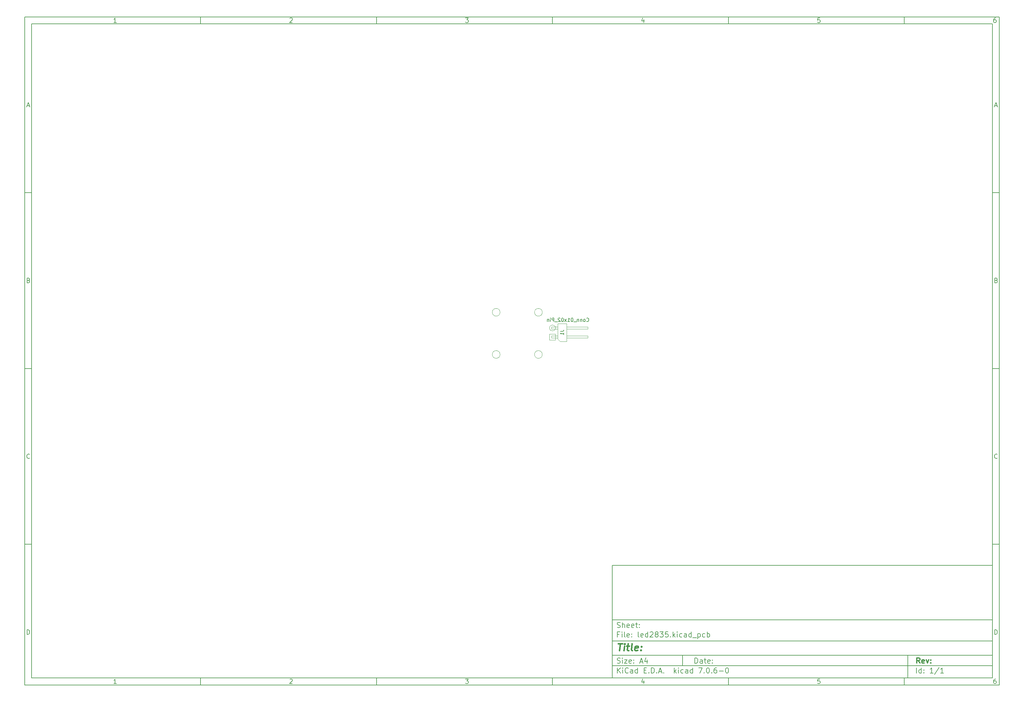
<source format=gbr>
%TF.GenerationSoftware,KiCad,Pcbnew,7.0.6-0*%
%TF.CreationDate,2024-07-03T14:46:14+08:00*%
%TF.ProjectId,led2835,6c656432-3833-4352-9e6b-696361645f70,rev?*%
%TF.SameCoordinates,Original*%
%TF.FileFunction,AssemblyDrawing,Bot*%
%FSLAX46Y46*%
G04 Gerber Fmt 4.6, Leading zero omitted, Abs format (unit mm)*
G04 Created by KiCad (PCBNEW 7.0.6-0) date 2024-07-03 14:46:14*
%MOMM*%
%LPD*%
G01*
G04 APERTURE LIST*
%ADD10C,0.100000*%
%ADD11C,0.150000*%
%ADD12C,0.300000*%
%ADD13C,0.400000*%
G04 APERTURE END LIST*
D10*
D11*
X177002200Y-166007200D02*
X285002200Y-166007200D01*
X285002200Y-198007200D01*
X177002200Y-198007200D01*
X177002200Y-166007200D01*
D10*
D11*
X10000000Y-10000000D02*
X287002200Y-10000000D01*
X287002200Y-200007200D01*
X10000000Y-200007200D01*
X10000000Y-10000000D01*
D10*
D11*
X12000000Y-12000000D02*
X285002200Y-12000000D01*
X285002200Y-198007200D01*
X12000000Y-198007200D01*
X12000000Y-12000000D01*
D10*
D11*
X60000000Y-12000000D02*
X60000000Y-10000000D01*
D10*
D11*
X110000000Y-12000000D02*
X110000000Y-10000000D01*
D10*
D11*
X160000000Y-12000000D02*
X160000000Y-10000000D01*
D10*
D11*
X210000000Y-12000000D02*
X210000000Y-10000000D01*
D10*
D11*
X260000000Y-12000000D02*
X260000000Y-10000000D01*
D10*
D11*
X36089160Y-11593604D02*
X35346303Y-11593604D01*
X35717731Y-11593604D02*
X35717731Y-10293604D01*
X35717731Y-10293604D02*
X35593922Y-10479319D01*
X35593922Y-10479319D02*
X35470112Y-10603128D01*
X35470112Y-10603128D02*
X35346303Y-10665033D01*
D10*
D11*
X85346303Y-10417414D02*
X85408207Y-10355509D01*
X85408207Y-10355509D02*
X85532017Y-10293604D01*
X85532017Y-10293604D02*
X85841541Y-10293604D01*
X85841541Y-10293604D02*
X85965350Y-10355509D01*
X85965350Y-10355509D02*
X86027255Y-10417414D01*
X86027255Y-10417414D02*
X86089160Y-10541223D01*
X86089160Y-10541223D02*
X86089160Y-10665033D01*
X86089160Y-10665033D02*
X86027255Y-10850747D01*
X86027255Y-10850747D02*
X85284398Y-11593604D01*
X85284398Y-11593604D02*
X86089160Y-11593604D01*
D10*
D11*
X135284398Y-10293604D02*
X136089160Y-10293604D01*
X136089160Y-10293604D02*
X135655826Y-10788842D01*
X135655826Y-10788842D02*
X135841541Y-10788842D01*
X135841541Y-10788842D02*
X135965350Y-10850747D01*
X135965350Y-10850747D02*
X136027255Y-10912652D01*
X136027255Y-10912652D02*
X136089160Y-11036461D01*
X136089160Y-11036461D02*
X136089160Y-11345985D01*
X136089160Y-11345985D02*
X136027255Y-11469795D01*
X136027255Y-11469795D02*
X135965350Y-11531700D01*
X135965350Y-11531700D02*
X135841541Y-11593604D01*
X135841541Y-11593604D02*
X135470112Y-11593604D01*
X135470112Y-11593604D02*
X135346303Y-11531700D01*
X135346303Y-11531700D02*
X135284398Y-11469795D01*
D10*
D11*
X185965350Y-10726938D02*
X185965350Y-11593604D01*
X185655826Y-10231700D02*
X185346303Y-11160271D01*
X185346303Y-11160271D02*
X186151064Y-11160271D01*
D10*
D11*
X236027255Y-10293604D02*
X235408207Y-10293604D01*
X235408207Y-10293604D02*
X235346303Y-10912652D01*
X235346303Y-10912652D02*
X235408207Y-10850747D01*
X235408207Y-10850747D02*
X235532017Y-10788842D01*
X235532017Y-10788842D02*
X235841541Y-10788842D01*
X235841541Y-10788842D02*
X235965350Y-10850747D01*
X235965350Y-10850747D02*
X236027255Y-10912652D01*
X236027255Y-10912652D02*
X236089160Y-11036461D01*
X236089160Y-11036461D02*
X236089160Y-11345985D01*
X236089160Y-11345985D02*
X236027255Y-11469795D01*
X236027255Y-11469795D02*
X235965350Y-11531700D01*
X235965350Y-11531700D02*
X235841541Y-11593604D01*
X235841541Y-11593604D02*
X235532017Y-11593604D01*
X235532017Y-11593604D02*
X235408207Y-11531700D01*
X235408207Y-11531700D02*
X235346303Y-11469795D01*
D10*
D11*
X285965350Y-10293604D02*
X285717731Y-10293604D01*
X285717731Y-10293604D02*
X285593922Y-10355509D01*
X285593922Y-10355509D02*
X285532017Y-10417414D01*
X285532017Y-10417414D02*
X285408207Y-10603128D01*
X285408207Y-10603128D02*
X285346303Y-10850747D01*
X285346303Y-10850747D02*
X285346303Y-11345985D01*
X285346303Y-11345985D02*
X285408207Y-11469795D01*
X285408207Y-11469795D02*
X285470112Y-11531700D01*
X285470112Y-11531700D02*
X285593922Y-11593604D01*
X285593922Y-11593604D02*
X285841541Y-11593604D01*
X285841541Y-11593604D02*
X285965350Y-11531700D01*
X285965350Y-11531700D02*
X286027255Y-11469795D01*
X286027255Y-11469795D02*
X286089160Y-11345985D01*
X286089160Y-11345985D02*
X286089160Y-11036461D01*
X286089160Y-11036461D02*
X286027255Y-10912652D01*
X286027255Y-10912652D02*
X285965350Y-10850747D01*
X285965350Y-10850747D02*
X285841541Y-10788842D01*
X285841541Y-10788842D02*
X285593922Y-10788842D01*
X285593922Y-10788842D02*
X285470112Y-10850747D01*
X285470112Y-10850747D02*
X285408207Y-10912652D01*
X285408207Y-10912652D02*
X285346303Y-11036461D01*
D10*
D11*
X60000000Y-198007200D02*
X60000000Y-200007200D01*
D10*
D11*
X110000000Y-198007200D02*
X110000000Y-200007200D01*
D10*
D11*
X160000000Y-198007200D02*
X160000000Y-200007200D01*
D10*
D11*
X210000000Y-198007200D02*
X210000000Y-200007200D01*
D10*
D11*
X260000000Y-198007200D02*
X260000000Y-200007200D01*
D10*
D11*
X36089160Y-199600804D02*
X35346303Y-199600804D01*
X35717731Y-199600804D02*
X35717731Y-198300804D01*
X35717731Y-198300804D02*
X35593922Y-198486519D01*
X35593922Y-198486519D02*
X35470112Y-198610328D01*
X35470112Y-198610328D02*
X35346303Y-198672233D01*
D10*
D11*
X85346303Y-198424614D02*
X85408207Y-198362709D01*
X85408207Y-198362709D02*
X85532017Y-198300804D01*
X85532017Y-198300804D02*
X85841541Y-198300804D01*
X85841541Y-198300804D02*
X85965350Y-198362709D01*
X85965350Y-198362709D02*
X86027255Y-198424614D01*
X86027255Y-198424614D02*
X86089160Y-198548423D01*
X86089160Y-198548423D02*
X86089160Y-198672233D01*
X86089160Y-198672233D02*
X86027255Y-198857947D01*
X86027255Y-198857947D02*
X85284398Y-199600804D01*
X85284398Y-199600804D02*
X86089160Y-199600804D01*
D10*
D11*
X135284398Y-198300804D02*
X136089160Y-198300804D01*
X136089160Y-198300804D02*
X135655826Y-198796042D01*
X135655826Y-198796042D02*
X135841541Y-198796042D01*
X135841541Y-198796042D02*
X135965350Y-198857947D01*
X135965350Y-198857947D02*
X136027255Y-198919852D01*
X136027255Y-198919852D02*
X136089160Y-199043661D01*
X136089160Y-199043661D02*
X136089160Y-199353185D01*
X136089160Y-199353185D02*
X136027255Y-199476995D01*
X136027255Y-199476995D02*
X135965350Y-199538900D01*
X135965350Y-199538900D02*
X135841541Y-199600804D01*
X135841541Y-199600804D02*
X135470112Y-199600804D01*
X135470112Y-199600804D02*
X135346303Y-199538900D01*
X135346303Y-199538900D02*
X135284398Y-199476995D01*
D10*
D11*
X185965350Y-198734138D02*
X185965350Y-199600804D01*
X185655826Y-198238900D02*
X185346303Y-199167471D01*
X185346303Y-199167471D02*
X186151064Y-199167471D01*
D10*
D11*
X236027255Y-198300804D02*
X235408207Y-198300804D01*
X235408207Y-198300804D02*
X235346303Y-198919852D01*
X235346303Y-198919852D02*
X235408207Y-198857947D01*
X235408207Y-198857947D02*
X235532017Y-198796042D01*
X235532017Y-198796042D02*
X235841541Y-198796042D01*
X235841541Y-198796042D02*
X235965350Y-198857947D01*
X235965350Y-198857947D02*
X236027255Y-198919852D01*
X236027255Y-198919852D02*
X236089160Y-199043661D01*
X236089160Y-199043661D02*
X236089160Y-199353185D01*
X236089160Y-199353185D02*
X236027255Y-199476995D01*
X236027255Y-199476995D02*
X235965350Y-199538900D01*
X235965350Y-199538900D02*
X235841541Y-199600804D01*
X235841541Y-199600804D02*
X235532017Y-199600804D01*
X235532017Y-199600804D02*
X235408207Y-199538900D01*
X235408207Y-199538900D02*
X235346303Y-199476995D01*
D10*
D11*
X285965350Y-198300804D02*
X285717731Y-198300804D01*
X285717731Y-198300804D02*
X285593922Y-198362709D01*
X285593922Y-198362709D02*
X285532017Y-198424614D01*
X285532017Y-198424614D02*
X285408207Y-198610328D01*
X285408207Y-198610328D02*
X285346303Y-198857947D01*
X285346303Y-198857947D02*
X285346303Y-199353185D01*
X285346303Y-199353185D02*
X285408207Y-199476995D01*
X285408207Y-199476995D02*
X285470112Y-199538900D01*
X285470112Y-199538900D02*
X285593922Y-199600804D01*
X285593922Y-199600804D02*
X285841541Y-199600804D01*
X285841541Y-199600804D02*
X285965350Y-199538900D01*
X285965350Y-199538900D02*
X286027255Y-199476995D01*
X286027255Y-199476995D02*
X286089160Y-199353185D01*
X286089160Y-199353185D02*
X286089160Y-199043661D01*
X286089160Y-199043661D02*
X286027255Y-198919852D01*
X286027255Y-198919852D02*
X285965350Y-198857947D01*
X285965350Y-198857947D02*
X285841541Y-198796042D01*
X285841541Y-198796042D02*
X285593922Y-198796042D01*
X285593922Y-198796042D02*
X285470112Y-198857947D01*
X285470112Y-198857947D02*
X285408207Y-198919852D01*
X285408207Y-198919852D02*
X285346303Y-199043661D01*
D10*
D11*
X10000000Y-60000000D02*
X12000000Y-60000000D01*
D10*
D11*
X10000000Y-110000000D02*
X12000000Y-110000000D01*
D10*
D11*
X10000000Y-160000000D02*
X12000000Y-160000000D01*
D10*
D11*
X10690476Y-35222176D02*
X11309523Y-35222176D01*
X10566666Y-35593604D02*
X10999999Y-34293604D01*
X10999999Y-34293604D02*
X11433333Y-35593604D01*
D10*
D11*
X11092857Y-84912652D02*
X11278571Y-84974557D01*
X11278571Y-84974557D02*
X11340476Y-85036461D01*
X11340476Y-85036461D02*
X11402380Y-85160271D01*
X11402380Y-85160271D02*
X11402380Y-85345985D01*
X11402380Y-85345985D02*
X11340476Y-85469795D01*
X11340476Y-85469795D02*
X11278571Y-85531700D01*
X11278571Y-85531700D02*
X11154761Y-85593604D01*
X11154761Y-85593604D02*
X10659523Y-85593604D01*
X10659523Y-85593604D02*
X10659523Y-84293604D01*
X10659523Y-84293604D02*
X11092857Y-84293604D01*
X11092857Y-84293604D02*
X11216666Y-84355509D01*
X11216666Y-84355509D02*
X11278571Y-84417414D01*
X11278571Y-84417414D02*
X11340476Y-84541223D01*
X11340476Y-84541223D02*
X11340476Y-84665033D01*
X11340476Y-84665033D02*
X11278571Y-84788842D01*
X11278571Y-84788842D02*
X11216666Y-84850747D01*
X11216666Y-84850747D02*
X11092857Y-84912652D01*
X11092857Y-84912652D02*
X10659523Y-84912652D01*
D10*
D11*
X11402380Y-135469795D02*
X11340476Y-135531700D01*
X11340476Y-135531700D02*
X11154761Y-135593604D01*
X11154761Y-135593604D02*
X11030952Y-135593604D01*
X11030952Y-135593604D02*
X10845238Y-135531700D01*
X10845238Y-135531700D02*
X10721428Y-135407890D01*
X10721428Y-135407890D02*
X10659523Y-135284080D01*
X10659523Y-135284080D02*
X10597619Y-135036461D01*
X10597619Y-135036461D02*
X10597619Y-134850747D01*
X10597619Y-134850747D02*
X10659523Y-134603128D01*
X10659523Y-134603128D02*
X10721428Y-134479319D01*
X10721428Y-134479319D02*
X10845238Y-134355509D01*
X10845238Y-134355509D02*
X11030952Y-134293604D01*
X11030952Y-134293604D02*
X11154761Y-134293604D01*
X11154761Y-134293604D02*
X11340476Y-134355509D01*
X11340476Y-134355509D02*
X11402380Y-134417414D01*
D10*
D11*
X10659523Y-185593604D02*
X10659523Y-184293604D01*
X10659523Y-184293604D02*
X10969047Y-184293604D01*
X10969047Y-184293604D02*
X11154761Y-184355509D01*
X11154761Y-184355509D02*
X11278571Y-184479319D01*
X11278571Y-184479319D02*
X11340476Y-184603128D01*
X11340476Y-184603128D02*
X11402380Y-184850747D01*
X11402380Y-184850747D02*
X11402380Y-185036461D01*
X11402380Y-185036461D02*
X11340476Y-185284080D01*
X11340476Y-185284080D02*
X11278571Y-185407890D01*
X11278571Y-185407890D02*
X11154761Y-185531700D01*
X11154761Y-185531700D02*
X10969047Y-185593604D01*
X10969047Y-185593604D02*
X10659523Y-185593604D01*
D10*
D11*
X287002200Y-60000000D02*
X285002200Y-60000000D01*
D10*
D11*
X287002200Y-110000000D02*
X285002200Y-110000000D01*
D10*
D11*
X287002200Y-160000000D02*
X285002200Y-160000000D01*
D10*
D11*
X285692676Y-35222176D02*
X286311723Y-35222176D01*
X285568866Y-35593604D02*
X286002199Y-34293604D01*
X286002199Y-34293604D02*
X286435533Y-35593604D01*
D10*
D11*
X286095057Y-84912652D02*
X286280771Y-84974557D01*
X286280771Y-84974557D02*
X286342676Y-85036461D01*
X286342676Y-85036461D02*
X286404580Y-85160271D01*
X286404580Y-85160271D02*
X286404580Y-85345985D01*
X286404580Y-85345985D02*
X286342676Y-85469795D01*
X286342676Y-85469795D02*
X286280771Y-85531700D01*
X286280771Y-85531700D02*
X286156961Y-85593604D01*
X286156961Y-85593604D02*
X285661723Y-85593604D01*
X285661723Y-85593604D02*
X285661723Y-84293604D01*
X285661723Y-84293604D02*
X286095057Y-84293604D01*
X286095057Y-84293604D02*
X286218866Y-84355509D01*
X286218866Y-84355509D02*
X286280771Y-84417414D01*
X286280771Y-84417414D02*
X286342676Y-84541223D01*
X286342676Y-84541223D02*
X286342676Y-84665033D01*
X286342676Y-84665033D02*
X286280771Y-84788842D01*
X286280771Y-84788842D02*
X286218866Y-84850747D01*
X286218866Y-84850747D02*
X286095057Y-84912652D01*
X286095057Y-84912652D02*
X285661723Y-84912652D01*
D10*
D11*
X286404580Y-135469795D02*
X286342676Y-135531700D01*
X286342676Y-135531700D02*
X286156961Y-135593604D01*
X286156961Y-135593604D02*
X286033152Y-135593604D01*
X286033152Y-135593604D02*
X285847438Y-135531700D01*
X285847438Y-135531700D02*
X285723628Y-135407890D01*
X285723628Y-135407890D02*
X285661723Y-135284080D01*
X285661723Y-135284080D02*
X285599819Y-135036461D01*
X285599819Y-135036461D02*
X285599819Y-134850747D01*
X285599819Y-134850747D02*
X285661723Y-134603128D01*
X285661723Y-134603128D02*
X285723628Y-134479319D01*
X285723628Y-134479319D02*
X285847438Y-134355509D01*
X285847438Y-134355509D02*
X286033152Y-134293604D01*
X286033152Y-134293604D02*
X286156961Y-134293604D01*
X286156961Y-134293604D02*
X286342676Y-134355509D01*
X286342676Y-134355509D02*
X286404580Y-134417414D01*
D10*
D11*
X285661723Y-185593604D02*
X285661723Y-184293604D01*
X285661723Y-184293604D02*
X285971247Y-184293604D01*
X285971247Y-184293604D02*
X286156961Y-184355509D01*
X286156961Y-184355509D02*
X286280771Y-184479319D01*
X286280771Y-184479319D02*
X286342676Y-184603128D01*
X286342676Y-184603128D02*
X286404580Y-184850747D01*
X286404580Y-184850747D02*
X286404580Y-185036461D01*
X286404580Y-185036461D02*
X286342676Y-185284080D01*
X286342676Y-185284080D02*
X286280771Y-185407890D01*
X286280771Y-185407890D02*
X286156961Y-185531700D01*
X286156961Y-185531700D02*
X285971247Y-185593604D01*
X285971247Y-185593604D02*
X285661723Y-185593604D01*
D10*
D11*
X200458026Y-193793328D02*
X200458026Y-192293328D01*
X200458026Y-192293328D02*
X200815169Y-192293328D01*
X200815169Y-192293328D02*
X201029455Y-192364757D01*
X201029455Y-192364757D02*
X201172312Y-192507614D01*
X201172312Y-192507614D02*
X201243741Y-192650471D01*
X201243741Y-192650471D02*
X201315169Y-192936185D01*
X201315169Y-192936185D02*
X201315169Y-193150471D01*
X201315169Y-193150471D02*
X201243741Y-193436185D01*
X201243741Y-193436185D02*
X201172312Y-193579042D01*
X201172312Y-193579042D02*
X201029455Y-193721900D01*
X201029455Y-193721900D02*
X200815169Y-193793328D01*
X200815169Y-193793328D02*
X200458026Y-193793328D01*
X202600884Y-193793328D02*
X202600884Y-193007614D01*
X202600884Y-193007614D02*
X202529455Y-192864757D01*
X202529455Y-192864757D02*
X202386598Y-192793328D01*
X202386598Y-192793328D02*
X202100884Y-192793328D01*
X202100884Y-192793328D02*
X201958026Y-192864757D01*
X202600884Y-193721900D02*
X202458026Y-193793328D01*
X202458026Y-193793328D02*
X202100884Y-193793328D01*
X202100884Y-193793328D02*
X201958026Y-193721900D01*
X201958026Y-193721900D02*
X201886598Y-193579042D01*
X201886598Y-193579042D02*
X201886598Y-193436185D01*
X201886598Y-193436185D02*
X201958026Y-193293328D01*
X201958026Y-193293328D02*
X202100884Y-193221900D01*
X202100884Y-193221900D02*
X202458026Y-193221900D01*
X202458026Y-193221900D02*
X202600884Y-193150471D01*
X203100884Y-192793328D02*
X203672312Y-192793328D01*
X203315169Y-192293328D02*
X203315169Y-193579042D01*
X203315169Y-193579042D02*
X203386598Y-193721900D01*
X203386598Y-193721900D02*
X203529455Y-193793328D01*
X203529455Y-193793328D02*
X203672312Y-193793328D01*
X204743741Y-193721900D02*
X204600884Y-193793328D01*
X204600884Y-193793328D02*
X204315170Y-193793328D01*
X204315170Y-193793328D02*
X204172312Y-193721900D01*
X204172312Y-193721900D02*
X204100884Y-193579042D01*
X204100884Y-193579042D02*
X204100884Y-193007614D01*
X204100884Y-193007614D02*
X204172312Y-192864757D01*
X204172312Y-192864757D02*
X204315170Y-192793328D01*
X204315170Y-192793328D02*
X204600884Y-192793328D01*
X204600884Y-192793328D02*
X204743741Y-192864757D01*
X204743741Y-192864757D02*
X204815170Y-193007614D01*
X204815170Y-193007614D02*
X204815170Y-193150471D01*
X204815170Y-193150471D02*
X204100884Y-193293328D01*
X205458026Y-193650471D02*
X205529455Y-193721900D01*
X205529455Y-193721900D02*
X205458026Y-193793328D01*
X205458026Y-193793328D02*
X205386598Y-193721900D01*
X205386598Y-193721900D02*
X205458026Y-193650471D01*
X205458026Y-193650471D02*
X205458026Y-193793328D01*
X205458026Y-192864757D02*
X205529455Y-192936185D01*
X205529455Y-192936185D02*
X205458026Y-193007614D01*
X205458026Y-193007614D02*
X205386598Y-192936185D01*
X205386598Y-192936185D02*
X205458026Y-192864757D01*
X205458026Y-192864757D02*
X205458026Y-193007614D01*
D10*
D11*
X177002200Y-194507200D02*
X285002200Y-194507200D01*
D10*
D11*
X178458026Y-196593328D02*
X178458026Y-195093328D01*
X179315169Y-196593328D02*
X178672312Y-195736185D01*
X179315169Y-195093328D02*
X178458026Y-195950471D01*
X179958026Y-196593328D02*
X179958026Y-195593328D01*
X179958026Y-195093328D02*
X179886598Y-195164757D01*
X179886598Y-195164757D02*
X179958026Y-195236185D01*
X179958026Y-195236185D02*
X180029455Y-195164757D01*
X180029455Y-195164757D02*
X179958026Y-195093328D01*
X179958026Y-195093328D02*
X179958026Y-195236185D01*
X181529455Y-196450471D02*
X181458027Y-196521900D01*
X181458027Y-196521900D02*
X181243741Y-196593328D01*
X181243741Y-196593328D02*
X181100884Y-196593328D01*
X181100884Y-196593328D02*
X180886598Y-196521900D01*
X180886598Y-196521900D02*
X180743741Y-196379042D01*
X180743741Y-196379042D02*
X180672312Y-196236185D01*
X180672312Y-196236185D02*
X180600884Y-195950471D01*
X180600884Y-195950471D02*
X180600884Y-195736185D01*
X180600884Y-195736185D02*
X180672312Y-195450471D01*
X180672312Y-195450471D02*
X180743741Y-195307614D01*
X180743741Y-195307614D02*
X180886598Y-195164757D01*
X180886598Y-195164757D02*
X181100884Y-195093328D01*
X181100884Y-195093328D02*
X181243741Y-195093328D01*
X181243741Y-195093328D02*
X181458027Y-195164757D01*
X181458027Y-195164757D02*
X181529455Y-195236185D01*
X182815170Y-196593328D02*
X182815170Y-195807614D01*
X182815170Y-195807614D02*
X182743741Y-195664757D01*
X182743741Y-195664757D02*
X182600884Y-195593328D01*
X182600884Y-195593328D02*
X182315170Y-195593328D01*
X182315170Y-195593328D02*
X182172312Y-195664757D01*
X182815170Y-196521900D02*
X182672312Y-196593328D01*
X182672312Y-196593328D02*
X182315170Y-196593328D01*
X182315170Y-196593328D02*
X182172312Y-196521900D01*
X182172312Y-196521900D02*
X182100884Y-196379042D01*
X182100884Y-196379042D02*
X182100884Y-196236185D01*
X182100884Y-196236185D02*
X182172312Y-196093328D01*
X182172312Y-196093328D02*
X182315170Y-196021900D01*
X182315170Y-196021900D02*
X182672312Y-196021900D01*
X182672312Y-196021900D02*
X182815170Y-195950471D01*
X184172313Y-196593328D02*
X184172313Y-195093328D01*
X184172313Y-196521900D02*
X184029455Y-196593328D01*
X184029455Y-196593328D02*
X183743741Y-196593328D01*
X183743741Y-196593328D02*
X183600884Y-196521900D01*
X183600884Y-196521900D02*
X183529455Y-196450471D01*
X183529455Y-196450471D02*
X183458027Y-196307614D01*
X183458027Y-196307614D02*
X183458027Y-195879042D01*
X183458027Y-195879042D02*
X183529455Y-195736185D01*
X183529455Y-195736185D02*
X183600884Y-195664757D01*
X183600884Y-195664757D02*
X183743741Y-195593328D01*
X183743741Y-195593328D02*
X184029455Y-195593328D01*
X184029455Y-195593328D02*
X184172313Y-195664757D01*
X186029455Y-195807614D02*
X186529455Y-195807614D01*
X186743741Y-196593328D02*
X186029455Y-196593328D01*
X186029455Y-196593328D02*
X186029455Y-195093328D01*
X186029455Y-195093328D02*
X186743741Y-195093328D01*
X187386598Y-196450471D02*
X187458027Y-196521900D01*
X187458027Y-196521900D02*
X187386598Y-196593328D01*
X187386598Y-196593328D02*
X187315170Y-196521900D01*
X187315170Y-196521900D02*
X187386598Y-196450471D01*
X187386598Y-196450471D02*
X187386598Y-196593328D01*
X188100884Y-196593328D02*
X188100884Y-195093328D01*
X188100884Y-195093328D02*
X188458027Y-195093328D01*
X188458027Y-195093328D02*
X188672313Y-195164757D01*
X188672313Y-195164757D02*
X188815170Y-195307614D01*
X188815170Y-195307614D02*
X188886599Y-195450471D01*
X188886599Y-195450471D02*
X188958027Y-195736185D01*
X188958027Y-195736185D02*
X188958027Y-195950471D01*
X188958027Y-195950471D02*
X188886599Y-196236185D01*
X188886599Y-196236185D02*
X188815170Y-196379042D01*
X188815170Y-196379042D02*
X188672313Y-196521900D01*
X188672313Y-196521900D02*
X188458027Y-196593328D01*
X188458027Y-196593328D02*
X188100884Y-196593328D01*
X189600884Y-196450471D02*
X189672313Y-196521900D01*
X189672313Y-196521900D02*
X189600884Y-196593328D01*
X189600884Y-196593328D02*
X189529456Y-196521900D01*
X189529456Y-196521900D02*
X189600884Y-196450471D01*
X189600884Y-196450471D02*
X189600884Y-196593328D01*
X190243742Y-196164757D02*
X190958028Y-196164757D01*
X190100885Y-196593328D02*
X190600885Y-195093328D01*
X190600885Y-195093328D02*
X191100885Y-196593328D01*
X191600884Y-196450471D02*
X191672313Y-196521900D01*
X191672313Y-196521900D02*
X191600884Y-196593328D01*
X191600884Y-196593328D02*
X191529456Y-196521900D01*
X191529456Y-196521900D02*
X191600884Y-196450471D01*
X191600884Y-196450471D02*
X191600884Y-196593328D01*
X194600884Y-196593328D02*
X194600884Y-195093328D01*
X194743742Y-196021900D02*
X195172313Y-196593328D01*
X195172313Y-195593328D02*
X194600884Y-196164757D01*
X195815170Y-196593328D02*
X195815170Y-195593328D01*
X195815170Y-195093328D02*
X195743742Y-195164757D01*
X195743742Y-195164757D02*
X195815170Y-195236185D01*
X195815170Y-195236185D02*
X195886599Y-195164757D01*
X195886599Y-195164757D02*
X195815170Y-195093328D01*
X195815170Y-195093328D02*
X195815170Y-195236185D01*
X197172314Y-196521900D02*
X197029456Y-196593328D01*
X197029456Y-196593328D02*
X196743742Y-196593328D01*
X196743742Y-196593328D02*
X196600885Y-196521900D01*
X196600885Y-196521900D02*
X196529456Y-196450471D01*
X196529456Y-196450471D02*
X196458028Y-196307614D01*
X196458028Y-196307614D02*
X196458028Y-195879042D01*
X196458028Y-195879042D02*
X196529456Y-195736185D01*
X196529456Y-195736185D02*
X196600885Y-195664757D01*
X196600885Y-195664757D02*
X196743742Y-195593328D01*
X196743742Y-195593328D02*
X197029456Y-195593328D01*
X197029456Y-195593328D02*
X197172314Y-195664757D01*
X198458028Y-196593328D02*
X198458028Y-195807614D01*
X198458028Y-195807614D02*
X198386599Y-195664757D01*
X198386599Y-195664757D02*
X198243742Y-195593328D01*
X198243742Y-195593328D02*
X197958028Y-195593328D01*
X197958028Y-195593328D02*
X197815170Y-195664757D01*
X198458028Y-196521900D02*
X198315170Y-196593328D01*
X198315170Y-196593328D02*
X197958028Y-196593328D01*
X197958028Y-196593328D02*
X197815170Y-196521900D01*
X197815170Y-196521900D02*
X197743742Y-196379042D01*
X197743742Y-196379042D02*
X197743742Y-196236185D01*
X197743742Y-196236185D02*
X197815170Y-196093328D01*
X197815170Y-196093328D02*
X197958028Y-196021900D01*
X197958028Y-196021900D02*
X198315170Y-196021900D01*
X198315170Y-196021900D02*
X198458028Y-195950471D01*
X199815171Y-196593328D02*
X199815171Y-195093328D01*
X199815171Y-196521900D02*
X199672313Y-196593328D01*
X199672313Y-196593328D02*
X199386599Y-196593328D01*
X199386599Y-196593328D02*
X199243742Y-196521900D01*
X199243742Y-196521900D02*
X199172313Y-196450471D01*
X199172313Y-196450471D02*
X199100885Y-196307614D01*
X199100885Y-196307614D02*
X199100885Y-195879042D01*
X199100885Y-195879042D02*
X199172313Y-195736185D01*
X199172313Y-195736185D02*
X199243742Y-195664757D01*
X199243742Y-195664757D02*
X199386599Y-195593328D01*
X199386599Y-195593328D02*
X199672313Y-195593328D01*
X199672313Y-195593328D02*
X199815171Y-195664757D01*
X201529456Y-195093328D02*
X202529456Y-195093328D01*
X202529456Y-195093328D02*
X201886599Y-196593328D01*
X203100884Y-196450471D02*
X203172313Y-196521900D01*
X203172313Y-196521900D02*
X203100884Y-196593328D01*
X203100884Y-196593328D02*
X203029456Y-196521900D01*
X203029456Y-196521900D02*
X203100884Y-196450471D01*
X203100884Y-196450471D02*
X203100884Y-196593328D01*
X204100885Y-195093328D02*
X204243742Y-195093328D01*
X204243742Y-195093328D02*
X204386599Y-195164757D01*
X204386599Y-195164757D02*
X204458028Y-195236185D01*
X204458028Y-195236185D02*
X204529456Y-195379042D01*
X204529456Y-195379042D02*
X204600885Y-195664757D01*
X204600885Y-195664757D02*
X204600885Y-196021900D01*
X204600885Y-196021900D02*
X204529456Y-196307614D01*
X204529456Y-196307614D02*
X204458028Y-196450471D01*
X204458028Y-196450471D02*
X204386599Y-196521900D01*
X204386599Y-196521900D02*
X204243742Y-196593328D01*
X204243742Y-196593328D02*
X204100885Y-196593328D01*
X204100885Y-196593328D02*
X203958028Y-196521900D01*
X203958028Y-196521900D02*
X203886599Y-196450471D01*
X203886599Y-196450471D02*
X203815170Y-196307614D01*
X203815170Y-196307614D02*
X203743742Y-196021900D01*
X203743742Y-196021900D02*
X203743742Y-195664757D01*
X203743742Y-195664757D02*
X203815170Y-195379042D01*
X203815170Y-195379042D02*
X203886599Y-195236185D01*
X203886599Y-195236185D02*
X203958028Y-195164757D01*
X203958028Y-195164757D02*
X204100885Y-195093328D01*
X205243741Y-196450471D02*
X205315170Y-196521900D01*
X205315170Y-196521900D02*
X205243741Y-196593328D01*
X205243741Y-196593328D02*
X205172313Y-196521900D01*
X205172313Y-196521900D02*
X205243741Y-196450471D01*
X205243741Y-196450471D02*
X205243741Y-196593328D01*
X206600885Y-195093328D02*
X206315170Y-195093328D01*
X206315170Y-195093328D02*
X206172313Y-195164757D01*
X206172313Y-195164757D02*
X206100885Y-195236185D01*
X206100885Y-195236185D02*
X205958027Y-195450471D01*
X205958027Y-195450471D02*
X205886599Y-195736185D01*
X205886599Y-195736185D02*
X205886599Y-196307614D01*
X205886599Y-196307614D02*
X205958027Y-196450471D01*
X205958027Y-196450471D02*
X206029456Y-196521900D01*
X206029456Y-196521900D02*
X206172313Y-196593328D01*
X206172313Y-196593328D02*
X206458027Y-196593328D01*
X206458027Y-196593328D02*
X206600885Y-196521900D01*
X206600885Y-196521900D02*
X206672313Y-196450471D01*
X206672313Y-196450471D02*
X206743742Y-196307614D01*
X206743742Y-196307614D02*
X206743742Y-195950471D01*
X206743742Y-195950471D02*
X206672313Y-195807614D01*
X206672313Y-195807614D02*
X206600885Y-195736185D01*
X206600885Y-195736185D02*
X206458027Y-195664757D01*
X206458027Y-195664757D02*
X206172313Y-195664757D01*
X206172313Y-195664757D02*
X206029456Y-195736185D01*
X206029456Y-195736185D02*
X205958027Y-195807614D01*
X205958027Y-195807614D02*
X205886599Y-195950471D01*
X207386598Y-196021900D02*
X208529456Y-196021900D01*
X209529456Y-195093328D02*
X209672313Y-195093328D01*
X209672313Y-195093328D02*
X209815170Y-195164757D01*
X209815170Y-195164757D02*
X209886599Y-195236185D01*
X209886599Y-195236185D02*
X209958027Y-195379042D01*
X209958027Y-195379042D02*
X210029456Y-195664757D01*
X210029456Y-195664757D02*
X210029456Y-196021900D01*
X210029456Y-196021900D02*
X209958027Y-196307614D01*
X209958027Y-196307614D02*
X209886599Y-196450471D01*
X209886599Y-196450471D02*
X209815170Y-196521900D01*
X209815170Y-196521900D02*
X209672313Y-196593328D01*
X209672313Y-196593328D02*
X209529456Y-196593328D01*
X209529456Y-196593328D02*
X209386599Y-196521900D01*
X209386599Y-196521900D02*
X209315170Y-196450471D01*
X209315170Y-196450471D02*
X209243741Y-196307614D01*
X209243741Y-196307614D02*
X209172313Y-196021900D01*
X209172313Y-196021900D02*
X209172313Y-195664757D01*
X209172313Y-195664757D02*
X209243741Y-195379042D01*
X209243741Y-195379042D02*
X209315170Y-195236185D01*
X209315170Y-195236185D02*
X209386599Y-195164757D01*
X209386599Y-195164757D02*
X209529456Y-195093328D01*
D10*
D11*
X177002200Y-191507200D02*
X285002200Y-191507200D01*
D10*
D12*
X264413853Y-193785528D02*
X263913853Y-193071242D01*
X263556710Y-193785528D02*
X263556710Y-192285528D01*
X263556710Y-192285528D02*
X264128139Y-192285528D01*
X264128139Y-192285528D02*
X264270996Y-192356957D01*
X264270996Y-192356957D02*
X264342425Y-192428385D01*
X264342425Y-192428385D02*
X264413853Y-192571242D01*
X264413853Y-192571242D02*
X264413853Y-192785528D01*
X264413853Y-192785528D02*
X264342425Y-192928385D01*
X264342425Y-192928385D02*
X264270996Y-192999814D01*
X264270996Y-192999814D02*
X264128139Y-193071242D01*
X264128139Y-193071242D02*
X263556710Y-193071242D01*
X265628139Y-193714100D02*
X265485282Y-193785528D01*
X265485282Y-193785528D02*
X265199568Y-193785528D01*
X265199568Y-193785528D02*
X265056710Y-193714100D01*
X265056710Y-193714100D02*
X264985282Y-193571242D01*
X264985282Y-193571242D02*
X264985282Y-192999814D01*
X264985282Y-192999814D02*
X265056710Y-192856957D01*
X265056710Y-192856957D02*
X265199568Y-192785528D01*
X265199568Y-192785528D02*
X265485282Y-192785528D01*
X265485282Y-192785528D02*
X265628139Y-192856957D01*
X265628139Y-192856957D02*
X265699568Y-192999814D01*
X265699568Y-192999814D02*
X265699568Y-193142671D01*
X265699568Y-193142671D02*
X264985282Y-193285528D01*
X266199567Y-192785528D02*
X266556710Y-193785528D01*
X266556710Y-193785528D02*
X266913853Y-192785528D01*
X267485281Y-193642671D02*
X267556710Y-193714100D01*
X267556710Y-193714100D02*
X267485281Y-193785528D01*
X267485281Y-193785528D02*
X267413853Y-193714100D01*
X267413853Y-193714100D02*
X267485281Y-193642671D01*
X267485281Y-193642671D02*
X267485281Y-193785528D01*
X267485281Y-192856957D02*
X267556710Y-192928385D01*
X267556710Y-192928385D02*
X267485281Y-192999814D01*
X267485281Y-192999814D02*
X267413853Y-192928385D01*
X267413853Y-192928385D02*
X267485281Y-192856957D01*
X267485281Y-192856957D02*
X267485281Y-192999814D01*
D10*
D11*
X178386598Y-193721900D02*
X178600884Y-193793328D01*
X178600884Y-193793328D02*
X178958026Y-193793328D01*
X178958026Y-193793328D02*
X179100884Y-193721900D01*
X179100884Y-193721900D02*
X179172312Y-193650471D01*
X179172312Y-193650471D02*
X179243741Y-193507614D01*
X179243741Y-193507614D02*
X179243741Y-193364757D01*
X179243741Y-193364757D02*
X179172312Y-193221900D01*
X179172312Y-193221900D02*
X179100884Y-193150471D01*
X179100884Y-193150471D02*
X178958026Y-193079042D01*
X178958026Y-193079042D02*
X178672312Y-193007614D01*
X178672312Y-193007614D02*
X178529455Y-192936185D01*
X178529455Y-192936185D02*
X178458026Y-192864757D01*
X178458026Y-192864757D02*
X178386598Y-192721900D01*
X178386598Y-192721900D02*
X178386598Y-192579042D01*
X178386598Y-192579042D02*
X178458026Y-192436185D01*
X178458026Y-192436185D02*
X178529455Y-192364757D01*
X178529455Y-192364757D02*
X178672312Y-192293328D01*
X178672312Y-192293328D02*
X179029455Y-192293328D01*
X179029455Y-192293328D02*
X179243741Y-192364757D01*
X179886597Y-193793328D02*
X179886597Y-192793328D01*
X179886597Y-192293328D02*
X179815169Y-192364757D01*
X179815169Y-192364757D02*
X179886597Y-192436185D01*
X179886597Y-192436185D02*
X179958026Y-192364757D01*
X179958026Y-192364757D02*
X179886597Y-192293328D01*
X179886597Y-192293328D02*
X179886597Y-192436185D01*
X180458026Y-192793328D02*
X181243741Y-192793328D01*
X181243741Y-192793328D02*
X180458026Y-193793328D01*
X180458026Y-193793328D02*
X181243741Y-193793328D01*
X182386598Y-193721900D02*
X182243741Y-193793328D01*
X182243741Y-193793328D02*
X181958027Y-193793328D01*
X181958027Y-193793328D02*
X181815169Y-193721900D01*
X181815169Y-193721900D02*
X181743741Y-193579042D01*
X181743741Y-193579042D02*
X181743741Y-193007614D01*
X181743741Y-193007614D02*
X181815169Y-192864757D01*
X181815169Y-192864757D02*
X181958027Y-192793328D01*
X181958027Y-192793328D02*
X182243741Y-192793328D01*
X182243741Y-192793328D02*
X182386598Y-192864757D01*
X182386598Y-192864757D02*
X182458027Y-193007614D01*
X182458027Y-193007614D02*
X182458027Y-193150471D01*
X182458027Y-193150471D02*
X181743741Y-193293328D01*
X183100883Y-193650471D02*
X183172312Y-193721900D01*
X183172312Y-193721900D02*
X183100883Y-193793328D01*
X183100883Y-193793328D02*
X183029455Y-193721900D01*
X183029455Y-193721900D02*
X183100883Y-193650471D01*
X183100883Y-193650471D02*
X183100883Y-193793328D01*
X183100883Y-192864757D02*
X183172312Y-192936185D01*
X183172312Y-192936185D02*
X183100883Y-193007614D01*
X183100883Y-193007614D02*
X183029455Y-192936185D01*
X183029455Y-192936185D02*
X183100883Y-192864757D01*
X183100883Y-192864757D02*
X183100883Y-193007614D01*
X184886598Y-193364757D02*
X185600884Y-193364757D01*
X184743741Y-193793328D02*
X185243741Y-192293328D01*
X185243741Y-192293328D02*
X185743741Y-193793328D01*
X186886598Y-192793328D02*
X186886598Y-193793328D01*
X186529455Y-192221900D02*
X186172312Y-193293328D01*
X186172312Y-193293328D02*
X187100883Y-193293328D01*
D10*
D11*
X263458026Y-196593328D02*
X263458026Y-195093328D01*
X264815170Y-196593328D02*
X264815170Y-195093328D01*
X264815170Y-196521900D02*
X264672312Y-196593328D01*
X264672312Y-196593328D02*
X264386598Y-196593328D01*
X264386598Y-196593328D02*
X264243741Y-196521900D01*
X264243741Y-196521900D02*
X264172312Y-196450471D01*
X264172312Y-196450471D02*
X264100884Y-196307614D01*
X264100884Y-196307614D02*
X264100884Y-195879042D01*
X264100884Y-195879042D02*
X264172312Y-195736185D01*
X264172312Y-195736185D02*
X264243741Y-195664757D01*
X264243741Y-195664757D02*
X264386598Y-195593328D01*
X264386598Y-195593328D02*
X264672312Y-195593328D01*
X264672312Y-195593328D02*
X264815170Y-195664757D01*
X265529455Y-196450471D02*
X265600884Y-196521900D01*
X265600884Y-196521900D02*
X265529455Y-196593328D01*
X265529455Y-196593328D02*
X265458027Y-196521900D01*
X265458027Y-196521900D02*
X265529455Y-196450471D01*
X265529455Y-196450471D02*
X265529455Y-196593328D01*
X265529455Y-195664757D02*
X265600884Y-195736185D01*
X265600884Y-195736185D02*
X265529455Y-195807614D01*
X265529455Y-195807614D02*
X265458027Y-195736185D01*
X265458027Y-195736185D02*
X265529455Y-195664757D01*
X265529455Y-195664757D02*
X265529455Y-195807614D01*
X268172313Y-196593328D02*
X267315170Y-196593328D01*
X267743741Y-196593328D02*
X267743741Y-195093328D01*
X267743741Y-195093328D02*
X267600884Y-195307614D01*
X267600884Y-195307614D02*
X267458027Y-195450471D01*
X267458027Y-195450471D02*
X267315170Y-195521900D01*
X269886598Y-195021900D02*
X268600884Y-196950471D01*
X271172313Y-196593328D02*
X270315170Y-196593328D01*
X270743741Y-196593328D02*
X270743741Y-195093328D01*
X270743741Y-195093328D02*
X270600884Y-195307614D01*
X270600884Y-195307614D02*
X270458027Y-195450471D01*
X270458027Y-195450471D02*
X270315170Y-195521900D01*
D10*
D11*
X177002200Y-187507200D02*
X285002200Y-187507200D01*
D10*
D13*
X178693928Y-188211638D02*
X179836785Y-188211638D01*
X179015357Y-190211638D02*
X179265357Y-188211638D01*
X180253452Y-190211638D02*
X180420119Y-188878304D01*
X180503452Y-188211638D02*
X180396309Y-188306876D01*
X180396309Y-188306876D02*
X180479643Y-188402114D01*
X180479643Y-188402114D02*
X180586786Y-188306876D01*
X180586786Y-188306876D02*
X180503452Y-188211638D01*
X180503452Y-188211638D02*
X180479643Y-188402114D01*
X181086786Y-188878304D02*
X181848690Y-188878304D01*
X181455833Y-188211638D02*
X181241548Y-189925923D01*
X181241548Y-189925923D02*
X181312976Y-190116400D01*
X181312976Y-190116400D02*
X181491548Y-190211638D01*
X181491548Y-190211638D02*
X181682024Y-190211638D01*
X182634405Y-190211638D02*
X182455833Y-190116400D01*
X182455833Y-190116400D02*
X182384405Y-189925923D01*
X182384405Y-189925923D02*
X182598690Y-188211638D01*
X184170119Y-190116400D02*
X183967738Y-190211638D01*
X183967738Y-190211638D02*
X183586785Y-190211638D01*
X183586785Y-190211638D02*
X183408214Y-190116400D01*
X183408214Y-190116400D02*
X183336785Y-189925923D01*
X183336785Y-189925923D02*
X183432024Y-189164019D01*
X183432024Y-189164019D02*
X183551071Y-188973542D01*
X183551071Y-188973542D02*
X183753452Y-188878304D01*
X183753452Y-188878304D02*
X184134404Y-188878304D01*
X184134404Y-188878304D02*
X184312976Y-188973542D01*
X184312976Y-188973542D02*
X184384404Y-189164019D01*
X184384404Y-189164019D02*
X184360595Y-189354495D01*
X184360595Y-189354495D02*
X183384404Y-189544971D01*
X185134405Y-190021161D02*
X185217738Y-190116400D01*
X185217738Y-190116400D02*
X185110595Y-190211638D01*
X185110595Y-190211638D02*
X185027262Y-190116400D01*
X185027262Y-190116400D02*
X185134405Y-190021161D01*
X185134405Y-190021161D02*
X185110595Y-190211638D01*
X185265357Y-188973542D02*
X185348690Y-189068780D01*
X185348690Y-189068780D02*
X185241548Y-189164019D01*
X185241548Y-189164019D02*
X185158214Y-189068780D01*
X185158214Y-189068780D02*
X185265357Y-188973542D01*
X185265357Y-188973542D02*
X185241548Y-189164019D01*
D10*
D11*
X178958026Y-185607614D02*
X178458026Y-185607614D01*
X178458026Y-186393328D02*
X178458026Y-184893328D01*
X178458026Y-184893328D02*
X179172312Y-184893328D01*
X179743740Y-186393328D02*
X179743740Y-185393328D01*
X179743740Y-184893328D02*
X179672312Y-184964757D01*
X179672312Y-184964757D02*
X179743740Y-185036185D01*
X179743740Y-185036185D02*
X179815169Y-184964757D01*
X179815169Y-184964757D02*
X179743740Y-184893328D01*
X179743740Y-184893328D02*
X179743740Y-185036185D01*
X180672312Y-186393328D02*
X180529455Y-186321900D01*
X180529455Y-186321900D02*
X180458026Y-186179042D01*
X180458026Y-186179042D02*
X180458026Y-184893328D01*
X181815169Y-186321900D02*
X181672312Y-186393328D01*
X181672312Y-186393328D02*
X181386598Y-186393328D01*
X181386598Y-186393328D02*
X181243740Y-186321900D01*
X181243740Y-186321900D02*
X181172312Y-186179042D01*
X181172312Y-186179042D02*
X181172312Y-185607614D01*
X181172312Y-185607614D02*
X181243740Y-185464757D01*
X181243740Y-185464757D02*
X181386598Y-185393328D01*
X181386598Y-185393328D02*
X181672312Y-185393328D01*
X181672312Y-185393328D02*
X181815169Y-185464757D01*
X181815169Y-185464757D02*
X181886598Y-185607614D01*
X181886598Y-185607614D02*
X181886598Y-185750471D01*
X181886598Y-185750471D02*
X181172312Y-185893328D01*
X182529454Y-186250471D02*
X182600883Y-186321900D01*
X182600883Y-186321900D02*
X182529454Y-186393328D01*
X182529454Y-186393328D02*
X182458026Y-186321900D01*
X182458026Y-186321900D02*
X182529454Y-186250471D01*
X182529454Y-186250471D02*
X182529454Y-186393328D01*
X182529454Y-185464757D02*
X182600883Y-185536185D01*
X182600883Y-185536185D02*
X182529454Y-185607614D01*
X182529454Y-185607614D02*
X182458026Y-185536185D01*
X182458026Y-185536185D02*
X182529454Y-185464757D01*
X182529454Y-185464757D02*
X182529454Y-185607614D01*
X184600883Y-186393328D02*
X184458026Y-186321900D01*
X184458026Y-186321900D02*
X184386597Y-186179042D01*
X184386597Y-186179042D02*
X184386597Y-184893328D01*
X185743740Y-186321900D02*
X185600883Y-186393328D01*
X185600883Y-186393328D02*
X185315169Y-186393328D01*
X185315169Y-186393328D02*
X185172311Y-186321900D01*
X185172311Y-186321900D02*
X185100883Y-186179042D01*
X185100883Y-186179042D02*
X185100883Y-185607614D01*
X185100883Y-185607614D02*
X185172311Y-185464757D01*
X185172311Y-185464757D02*
X185315169Y-185393328D01*
X185315169Y-185393328D02*
X185600883Y-185393328D01*
X185600883Y-185393328D02*
X185743740Y-185464757D01*
X185743740Y-185464757D02*
X185815169Y-185607614D01*
X185815169Y-185607614D02*
X185815169Y-185750471D01*
X185815169Y-185750471D02*
X185100883Y-185893328D01*
X187100883Y-186393328D02*
X187100883Y-184893328D01*
X187100883Y-186321900D02*
X186958025Y-186393328D01*
X186958025Y-186393328D02*
X186672311Y-186393328D01*
X186672311Y-186393328D02*
X186529454Y-186321900D01*
X186529454Y-186321900D02*
X186458025Y-186250471D01*
X186458025Y-186250471D02*
X186386597Y-186107614D01*
X186386597Y-186107614D02*
X186386597Y-185679042D01*
X186386597Y-185679042D02*
X186458025Y-185536185D01*
X186458025Y-185536185D02*
X186529454Y-185464757D01*
X186529454Y-185464757D02*
X186672311Y-185393328D01*
X186672311Y-185393328D02*
X186958025Y-185393328D01*
X186958025Y-185393328D02*
X187100883Y-185464757D01*
X187743740Y-185036185D02*
X187815168Y-184964757D01*
X187815168Y-184964757D02*
X187958026Y-184893328D01*
X187958026Y-184893328D02*
X188315168Y-184893328D01*
X188315168Y-184893328D02*
X188458026Y-184964757D01*
X188458026Y-184964757D02*
X188529454Y-185036185D01*
X188529454Y-185036185D02*
X188600883Y-185179042D01*
X188600883Y-185179042D02*
X188600883Y-185321900D01*
X188600883Y-185321900D02*
X188529454Y-185536185D01*
X188529454Y-185536185D02*
X187672311Y-186393328D01*
X187672311Y-186393328D02*
X188600883Y-186393328D01*
X189458025Y-185536185D02*
X189315168Y-185464757D01*
X189315168Y-185464757D02*
X189243739Y-185393328D01*
X189243739Y-185393328D02*
X189172311Y-185250471D01*
X189172311Y-185250471D02*
X189172311Y-185179042D01*
X189172311Y-185179042D02*
X189243739Y-185036185D01*
X189243739Y-185036185D02*
X189315168Y-184964757D01*
X189315168Y-184964757D02*
X189458025Y-184893328D01*
X189458025Y-184893328D02*
X189743739Y-184893328D01*
X189743739Y-184893328D02*
X189886597Y-184964757D01*
X189886597Y-184964757D02*
X189958025Y-185036185D01*
X189958025Y-185036185D02*
X190029454Y-185179042D01*
X190029454Y-185179042D02*
X190029454Y-185250471D01*
X190029454Y-185250471D02*
X189958025Y-185393328D01*
X189958025Y-185393328D02*
X189886597Y-185464757D01*
X189886597Y-185464757D02*
X189743739Y-185536185D01*
X189743739Y-185536185D02*
X189458025Y-185536185D01*
X189458025Y-185536185D02*
X189315168Y-185607614D01*
X189315168Y-185607614D02*
X189243739Y-185679042D01*
X189243739Y-185679042D02*
X189172311Y-185821900D01*
X189172311Y-185821900D02*
X189172311Y-186107614D01*
X189172311Y-186107614D02*
X189243739Y-186250471D01*
X189243739Y-186250471D02*
X189315168Y-186321900D01*
X189315168Y-186321900D02*
X189458025Y-186393328D01*
X189458025Y-186393328D02*
X189743739Y-186393328D01*
X189743739Y-186393328D02*
X189886597Y-186321900D01*
X189886597Y-186321900D02*
X189958025Y-186250471D01*
X189958025Y-186250471D02*
X190029454Y-186107614D01*
X190029454Y-186107614D02*
X190029454Y-185821900D01*
X190029454Y-185821900D02*
X189958025Y-185679042D01*
X189958025Y-185679042D02*
X189886597Y-185607614D01*
X189886597Y-185607614D02*
X189743739Y-185536185D01*
X190529453Y-184893328D02*
X191458025Y-184893328D01*
X191458025Y-184893328D02*
X190958025Y-185464757D01*
X190958025Y-185464757D02*
X191172310Y-185464757D01*
X191172310Y-185464757D02*
X191315168Y-185536185D01*
X191315168Y-185536185D02*
X191386596Y-185607614D01*
X191386596Y-185607614D02*
X191458025Y-185750471D01*
X191458025Y-185750471D02*
X191458025Y-186107614D01*
X191458025Y-186107614D02*
X191386596Y-186250471D01*
X191386596Y-186250471D02*
X191315168Y-186321900D01*
X191315168Y-186321900D02*
X191172310Y-186393328D01*
X191172310Y-186393328D02*
X190743739Y-186393328D01*
X190743739Y-186393328D02*
X190600882Y-186321900D01*
X190600882Y-186321900D02*
X190529453Y-186250471D01*
X192815167Y-184893328D02*
X192100881Y-184893328D01*
X192100881Y-184893328D02*
X192029453Y-185607614D01*
X192029453Y-185607614D02*
X192100881Y-185536185D01*
X192100881Y-185536185D02*
X192243739Y-185464757D01*
X192243739Y-185464757D02*
X192600881Y-185464757D01*
X192600881Y-185464757D02*
X192743739Y-185536185D01*
X192743739Y-185536185D02*
X192815167Y-185607614D01*
X192815167Y-185607614D02*
X192886596Y-185750471D01*
X192886596Y-185750471D02*
X192886596Y-186107614D01*
X192886596Y-186107614D02*
X192815167Y-186250471D01*
X192815167Y-186250471D02*
X192743739Y-186321900D01*
X192743739Y-186321900D02*
X192600881Y-186393328D01*
X192600881Y-186393328D02*
X192243739Y-186393328D01*
X192243739Y-186393328D02*
X192100881Y-186321900D01*
X192100881Y-186321900D02*
X192029453Y-186250471D01*
X193529452Y-186250471D02*
X193600881Y-186321900D01*
X193600881Y-186321900D02*
X193529452Y-186393328D01*
X193529452Y-186393328D02*
X193458024Y-186321900D01*
X193458024Y-186321900D02*
X193529452Y-186250471D01*
X193529452Y-186250471D02*
X193529452Y-186393328D01*
X194243738Y-186393328D02*
X194243738Y-184893328D01*
X194386596Y-185821900D02*
X194815167Y-186393328D01*
X194815167Y-185393328D02*
X194243738Y-185964757D01*
X195458024Y-186393328D02*
X195458024Y-185393328D01*
X195458024Y-184893328D02*
X195386596Y-184964757D01*
X195386596Y-184964757D02*
X195458024Y-185036185D01*
X195458024Y-185036185D02*
X195529453Y-184964757D01*
X195529453Y-184964757D02*
X195458024Y-184893328D01*
X195458024Y-184893328D02*
X195458024Y-185036185D01*
X196815168Y-186321900D02*
X196672310Y-186393328D01*
X196672310Y-186393328D02*
X196386596Y-186393328D01*
X196386596Y-186393328D02*
X196243739Y-186321900D01*
X196243739Y-186321900D02*
X196172310Y-186250471D01*
X196172310Y-186250471D02*
X196100882Y-186107614D01*
X196100882Y-186107614D02*
X196100882Y-185679042D01*
X196100882Y-185679042D02*
X196172310Y-185536185D01*
X196172310Y-185536185D02*
X196243739Y-185464757D01*
X196243739Y-185464757D02*
X196386596Y-185393328D01*
X196386596Y-185393328D02*
X196672310Y-185393328D01*
X196672310Y-185393328D02*
X196815168Y-185464757D01*
X198100882Y-186393328D02*
X198100882Y-185607614D01*
X198100882Y-185607614D02*
X198029453Y-185464757D01*
X198029453Y-185464757D02*
X197886596Y-185393328D01*
X197886596Y-185393328D02*
X197600882Y-185393328D01*
X197600882Y-185393328D02*
X197458024Y-185464757D01*
X198100882Y-186321900D02*
X197958024Y-186393328D01*
X197958024Y-186393328D02*
X197600882Y-186393328D01*
X197600882Y-186393328D02*
X197458024Y-186321900D01*
X197458024Y-186321900D02*
X197386596Y-186179042D01*
X197386596Y-186179042D02*
X197386596Y-186036185D01*
X197386596Y-186036185D02*
X197458024Y-185893328D01*
X197458024Y-185893328D02*
X197600882Y-185821900D01*
X197600882Y-185821900D02*
X197958024Y-185821900D01*
X197958024Y-185821900D02*
X198100882Y-185750471D01*
X199458025Y-186393328D02*
X199458025Y-184893328D01*
X199458025Y-186321900D02*
X199315167Y-186393328D01*
X199315167Y-186393328D02*
X199029453Y-186393328D01*
X199029453Y-186393328D02*
X198886596Y-186321900D01*
X198886596Y-186321900D02*
X198815167Y-186250471D01*
X198815167Y-186250471D02*
X198743739Y-186107614D01*
X198743739Y-186107614D02*
X198743739Y-185679042D01*
X198743739Y-185679042D02*
X198815167Y-185536185D01*
X198815167Y-185536185D02*
X198886596Y-185464757D01*
X198886596Y-185464757D02*
X199029453Y-185393328D01*
X199029453Y-185393328D02*
X199315167Y-185393328D01*
X199315167Y-185393328D02*
X199458025Y-185464757D01*
X199815168Y-186536185D02*
X200958025Y-186536185D01*
X201315167Y-185393328D02*
X201315167Y-186893328D01*
X201315167Y-185464757D02*
X201458025Y-185393328D01*
X201458025Y-185393328D02*
X201743739Y-185393328D01*
X201743739Y-185393328D02*
X201886596Y-185464757D01*
X201886596Y-185464757D02*
X201958025Y-185536185D01*
X201958025Y-185536185D02*
X202029453Y-185679042D01*
X202029453Y-185679042D02*
X202029453Y-186107614D01*
X202029453Y-186107614D02*
X201958025Y-186250471D01*
X201958025Y-186250471D02*
X201886596Y-186321900D01*
X201886596Y-186321900D02*
X201743739Y-186393328D01*
X201743739Y-186393328D02*
X201458025Y-186393328D01*
X201458025Y-186393328D02*
X201315167Y-186321900D01*
X203315168Y-186321900D02*
X203172310Y-186393328D01*
X203172310Y-186393328D02*
X202886596Y-186393328D01*
X202886596Y-186393328D02*
X202743739Y-186321900D01*
X202743739Y-186321900D02*
X202672310Y-186250471D01*
X202672310Y-186250471D02*
X202600882Y-186107614D01*
X202600882Y-186107614D02*
X202600882Y-185679042D01*
X202600882Y-185679042D02*
X202672310Y-185536185D01*
X202672310Y-185536185D02*
X202743739Y-185464757D01*
X202743739Y-185464757D02*
X202886596Y-185393328D01*
X202886596Y-185393328D02*
X203172310Y-185393328D01*
X203172310Y-185393328D02*
X203315168Y-185464757D01*
X203958024Y-186393328D02*
X203958024Y-184893328D01*
X203958024Y-185464757D02*
X204100882Y-185393328D01*
X204100882Y-185393328D02*
X204386596Y-185393328D01*
X204386596Y-185393328D02*
X204529453Y-185464757D01*
X204529453Y-185464757D02*
X204600882Y-185536185D01*
X204600882Y-185536185D02*
X204672310Y-185679042D01*
X204672310Y-185679042D02*
X204672310Y-186107614D01*
X204672310Y-186107614D02*
X204600882Y-186250471D01*
X204600882Y-186250471D02*
X204529453Y-186321900D01*
X204529453Y-186321900D02*
X204386596Y-186393328D01*
X204386596Y-186393328D02*
X204100882Y-186393328D01*
X204100882Y-186393328D02*
X203958024Y-186321900D01*
D10*
D11*
X177002200Y-181507200D02*
X285002200Y-181507200D01*
D10*
D11*
X178386598Y-183621900D02*
X178600884Y-183693328D01*
X178600884Y-183693328D02*
X178958026Y-183693328D01*
X178958026Y-183693328D02*
X179100884Y-183621900D01*
X179100884Y-183621900D02*
X179172312Y-183550471D01*
X179172312Y-183550471D02*
X179243741Y-183407614D01*
X179243741Y-183407614D02*
X179243741Y-183264757D01*
X179243741Y-183264757D02*
X179172312Y-183121900D01*
X179172312Y-183121900D02*
X179100884Y-183050471D01*
X179100884Y-183050471D02*
X178958026Y-182979042D01*
X178958026Y-182979042D02*
X178672312Y-182907614D01*
X178672312Y-182907614D02*
X178529455Y-182836185D01*
X178529455Y-182836185D02*
X178458026Y-182764757D01*
X178458026Y-182764757D02*
X178386598Y-182621900D01*
X178386598Y-182621900D02*
X178386598Y-182479042D01*
X178386598Y-182479042D02*
X178458026Y-182336185D01*
X178458026Y-182336185D02*
X178529455Y-182264757D01*
X178529455Y-182264757D02*
X178672312Y-182193328D01*
X178672312Y-182193328D02*
X179029455Y-182193328D01*
X179029455Y-182193328D02*
X179243741Y-182264757D01*
X179886597Y-183693328D02*
X179886597Y-182193328D01*
X180529455Y-183693328D02*
X180529455Y-182907614D01*
X180529455Y-182907614D02*
X180458026Y-182764757D01*
X180458026Y-182764757D02*
X180315169Y-182693328D01*
X180315169Y-182693328D02*
X180100883Y-182693328D01*
X180100883Y-182693328D02*
X179958026Y-182764757D01*
X179958026Y-182764757D02*
X179886597Y-182836185D01*
X181815169Y-183621900D02*
X181672312Y-183693328D01*
X181672312Y-183693328D02*
X181386598Y-183693328D01*
X181386598Y-183693328D02*
X181243740Y-183621900D01*
X181243740Y-183621900D02*
X181172312Y-183479042D01*
X181172312Y-183479042D02*
X181172312Y-182907614D01*
X181172312Y-182907614D02*
X181243740Y-182764757D01*
X181243740Y-182764757D02*
X181386598Y-182693328D01*
X181386598Y-182693328D02*
X181672312Y-182693328D01*
X181672312Y-182693328D02*
X181815169Y-182764757D01*
X181815169Y-182764757D02*
X181886598Y-182907614D01*
X181886598Y-182907614D02*
X181886598Y-183050471D01*
X181886598Y-183050471D02*
X181172312Y-183193328D01*
X183100883Y-183621900D02*
X182958026Y-183693328D01*
X182958026Y-183693328D02*
X182672312Y-183693328D01*
X182672312Y-183693328D02*
X182529454Y-183621900D01*
X182529454Y-183621900D02*
X182458026Y-183479042D01*
X182458026Y-183479042D02*
X182458026Y-182907614D01*
X182458026Y-182907614D02*
X182529454Y-182764757D01*
X182529454Y-182764757D02*
X182672312Y-182693328D01*
X182672312Y-182693328D02*
X182958026Y-182693328D01*
X182958026Y-182693328D02*
X183100883Y-182764757D01*
X183100883Y-182764757D02*
X183172312Y-182907614D01*
X183172312Y-182907614D02*
X183172312Y-183050471D01*
X183172312Y-183050471D02*
X182458026Y-183193328D01*
X183600883Y-182693328D02*
X184172311Y-182693328D01*
X183815168Y-182193328D02*
X183815168Y-183479042D01*
X183815168Y-183479042D02*
X183886597Y-183621900D01*
X183886597Y-183621900D02*
X184029454Y-183693328D01*
X184029454Y-183693328D02*
X184172311Y-183693328D01*
X184672311Y-183550471D02*
X184743740Y-183621900D01*
X184743740Y-183621900D02*
X184672311Y-183693328D01*
X184672311Y-183693328D02*
X184600883Y-183621900D01*
X184600883Y-183621900D02*
X184672311Y-183550471D01*
X184672311Y-183550471D02*
X184672311Y-183693328D01*
X184672311Y-182764757D02*
X184743740Y-182836185D01*
X184743740Y-182836185D02*
X184672311Y-182907614D01*
X184672311Y-182907614D02*
X184600883Y-182836185D01*
X184600883Y-182836185D02*
X184672311Y-182764757D01*
X184672311Y-182764757D02*
X184672311Y-182907614D01*
D10*
D12*
D10*
D11*
D10*
D11*
D10*
D11*
D10*
D11*
D10*
D11*
X197002200Y-191507200D02*
X197002200Y-194507200D01*
D10*
D11*
X261002200Y-191507200D02*
X261002200Y-198007200D01*
X169694524Y-96549580D02*
X169742143Y-96597200D01*
X169742143Y-96597200D02*
X169885000Y-96644819D01*
X169885000Y-96644819D02*
X169980238Y-96644819D01*
X169980238Y-96644819D02*
X170123095Y-96597200D01*
X170123095Y-96597200D02*
X170218333Y-96501961D01*
X170218333Y-96501961D02*
X170265952Y-96406723D01*
X170265952Y-96406723D02*
X170313571Y-96216247D01*
X170313571Y-96216247D02*
X170313571Y-96073390D01*
X170313571Y-96073390D02*
X170265952Y-95882914D01*
X170265952Y-95882914D02*
X170218333Y-95787676D01*
X170218333Y-95787676D02*
X170123095Y-95692438D01*
X170123095Y-95692438D02*
X169980238Y-95644819D01*
X169980238Y-95644819D02*
X169885000Y-95644819D01*
X169885000Y-95644819D02*
X169742143Y-95692438D01*
X169742143Y-95692438D02*
X169694524Y-95740057D01*
X169123095Y-96644819D02*
X169218333Y-96597200D01*
X169218333Y-96597200D02*
X169265952Y-96549580D01*
X169265952Y-96549580D02*
X169313571Y-96454342D01*
X169313571Y-96454342D02*
X169313571Y-96168628D01*
X169313571Y-96168628D02*
X169265952Y-96073390D01*
X169265952Y-96073390D02*
X169218333Y-96025771D01*
X169218333Y-96025771D02*
X169123095Y-95978152D01*
X169123095Y-95978152D02*
X168980238Y-95978152D01*
X168980238Y-95978152D02*
X168885000Y-96025771D01*
X168885000Y-96025771D02*
X168837381Y-96073390D01*
X168837381Y-96073390D02*
X168789762Y-96168628D01*
X168789762Y-96168628D02*
X168789762Y-96454342D01*
X168789762Y-96454342D02*
X168837381Y-96549580D01*
X168837381Y-96549580D02*
X168885000Y-96597200D01*
X168885000Y-96597200D02*
X168980238Y-96644819D01*
X168980238Y-96644819D02*
X169123095Y-96644819D01*
X168361190Y-95978152D02*
X168361190Y-96644819D01*
X168361190Y-96073390D02*
X168313571Y-96025771D01*
X168313571Y-96025771D02*
X168218333Y-95978152D01*
X168218333Y-95978152D02*
X168075476Y-95978152D01*
X168075476Y-95978152D02*
X167980238Y-96025771D01*
X167980238Y-96025771D02*
X167932619Y-96121009D01*
X167932619Y-96121009D02*
X167932619Y-96644819D01*
X167456428Y-95978152D02*
X167456428Y-96644819D01*
X167456428Y-96073390D02*
X167408809Y-96025771D01*
X167408809Y-96025771D02*
X167313571Y-95978152D01*
X167313571Y-95978152D02*
X167170714Y-95978152D01*
X167170714Y-95978152D02*
X167075476Y-96025771D01*
X167075476Y-96025771D02*
X167027857Y-96121009D01*
X167027857Y-96121009D02*
X167027857Y-96644819D01*
X166789762Y-96740057D02*
X166027857Y-96740057D01*
X165599285Y-95644819D02*
X165504047Y-95644819D01*
X165504047Y-95644819D02*
X165408809Y-95692438D01*
X165408809Y-95692438D02*
X165361190Y-95740057D01*
X165361190Y-95740057D02*
X165313571Y-95835295D01*
X165313571Y-95835295D02*
X165265952Y-96025771D01*
X165265952Y-96025771D02*
X165265952Y-96263866D01*
X165265952Y-96263866D02*
X165313571Y-96454342D01*
X165313571Y-96454342D02*
X165361190Y-96549580D01*
X165361190Y-96549580D02*
X165408809Y-96597200D01*
X165408809Y-96597200D02*
X165504047Y-96644819D01*
X165504047Y-96644819D02*
X165599285Y-96644819D01*
X165599285Y-96644819D02*
X165694523Y-96597200D01*
X165694523Y-96597200D02*
X165742142Y-96549580D01*
X165742142Y-96549580D02*
X165789761Y-96454342D01*
X165789761Y-96454342D02*
X165837380Y-96263866D01*
X165837380Y-96263866D02*
X165837380Y-96025771D01*
X165837380Y-96025771D02*
X165789761Y-95835295D01*
X165789761Y-95835295D02*
X165742142Y-95740057D01*
X165742142Y-95740057D02*
X165694523Y-95692438D01*
X165694523Y-95692438D02*
X165599285Y-95644819D01*
X164313571Y-96644819D02*
X164884999Y-96644819D01*
X164599285Y-96644819D02*
X164599285Y-95644819D01*
X164599285Y-95644819D02*
X164694523Y-95787676D01*
X164694523Y-95787676D02*
X164789761Y-95882914D01*
X164789761Y-95882914D02*
X164884999Y-95930533D01*
X163980237Y-96644819D02*
X163456428Y-95978152D01*
X163980237Y-95978152D02*
X163456428Y-96644819D01*
X162884999Y-95644819D02*
X162789761Y-95644819D01*
X162789761Y-95644819D02*
X162694523Y-95692438D01*
X162694523Y-95692438D02*
X162646904Y-95740057D01*
X162646904Y-95740057D02*
X162599285Y-95835295D01*
X162599285Y-95835295D02*
X162551666Y-96025771D01*
X162551666Y-96025771D02*
X162551666Y-96263866D01*
X162551666Y-96263866D02*
X162599285Y-96454342D01*
X162599285Y-96454342D02*
X162646904Y-96549580D01*
X162646904Y-96549580D02*
X162694523Y-96597200D01*
X162694523Y-96597200D02*
X162789761Y-96644819D01*
X162789761Y-96644819D02*
X162884999Y-96644819D01*
X162884999Y-96644819D02*
X162980237Y-96597200D01*
X162980237Y-96597200D02*
X163027856Y-96549580D01*
X163027856Y-96549580D02*
X163075475Y-96454342D01*
X163075475Y-96454342D02*
X163123094Y-96263866D01*
X163123094Y-96263866D02*
X163123094Y-96025771D01*
X163123094Y-96025771D02*
X163075475Y-95835295D01*
X163075475Y-95835295D02*
X163027856Y-95740057D01*
X163027856Y-95740057D02*
X162980237Y-95692438D01*
X162980237Y-95692438D02*
X162884999Y-95644819D01*
X162170713Y-95740057D02*
X162123094Y-95692438D01*
X162123094Y-95692438D02*
X162027856Y-95644819D01*
X162027856Y-95644819D02*
X161789761Y-95644819D01*
X161789761Y-95644819D02*
X161694523Y-95692438D01*
X161694523Y-95692438D02*
X161646904Y-95740057D01*
X161646904Y-95740057D02*
X161599285Y-95835295D01*
X161599285Y-95835295D02*
X161599285Y-95930533D01*
X161599285Y-95930533D02*
X161646904Y-96073390D01*
X161646904Y-96073390D02*
X162218332Y-96644819D01*
X162218332Y-96644819D02*
X161599285Y-96644819D01*
X161408809Y-96740057D02*
X160646904Y-96740057D01*
X160408808Y-96644819D02*
X160408808Y-95644819D01*
X160408808Y-95644819D02*
X160027856Y-95644819D01*
X160027856Y-95644819D02*
X159932618Y-95692438D01*
X159932618Y-95692438D02*
X159884999Y-95740057D01*
X159884999Y-95740057D02*
X159837380Y-95835295D01*
X159837380Y-95835295D02*
X159837380Y-95978152D01*
X159837380Y-95978152D02*
X159884999Y-96073390D01*
X159884999Y-96073390D02*
X159932618Y-96121009D01*
X159932618Y-96121009D02*
X160027856Y-96168628D01*
X160027856Y-96168628D02*
X160408808Y-96168628D01*
X159408808Y-96644819D02*
X159408808Y-95978152D01*
X159408808Y-95644819D02*
X159456427Y-95692438D01*
X159456427Y-95692438D02*
X159408808Y-95740057D01*
X159408808Y-95740057D02*
X159361189Y-95692438D01*
X159361189Y-95692438D02*
X159408808Y-95644819D01*
X159408808Y-95644819D02*
X159408808Y-95740057D01*
X158932618Y-95978152D02*
X158932618Y-96644819D01*
X158932618Y-96073390D02*
X158884999Y-96025771D01*
X158884999Y-96025771D02*
X158789761Y-95978152D01*
X158789761Y-95978152D02*
X158646904Y-95978152D01*
X158646904Y-95978152D02*
X158551666Y-96025771D01*
X158551666Y-96025771D02*
X158504047Y-96121009D01*
X158504047Y-96121009D02*
X158504047Y-96644819D01*
X162224819Y-99396666D02*
X162939104Y-99396666D01*
X162939104Y-99396666D02*
X163081961Y-99349047D01*
X163081961Y-99349047D02*
X163177200Y-99253809D01*
X163177200Y-99253809D02*
X163224819Y-99110952D01*
X163224819Y-99110952D02*
X163224819Y-99015714D01*
X163224819Y-100396666D02*
X163224819Y-99825238D01*
X163224819Y-100110952D02*
X162224819Y-100110952D01*
X162224819Y-100110952D02*
X162367676Y-100015714D01*
X162367676Y-100015714D02*
X162462914Y-99920476D01*
X162462914Y-99920476D02*
X162510533Y-99825238D01*
D10*
%TO.C,J1*%
X159680000Y-98140000D02*
X161500000Y-98140000D01*
X159680000Y-98780000D02*
X159680000Y-98140000D01*
X159680000Y-98780000D02*
X161500000Y-98780000D01*
X159680000Y-100680000D02*
X161500000Y-100680000D01*
X159680000Y-101320000D02*
X159680000Y-100680000D01*
X159680000Y-101320000D02*
X161500000Y-101320000D01*
X161500000Y-97190000D02*
X161500000Y-101635000D01*
X161500000Y-101635000D02*
X162135000Y-102270000D01*
X162135000Y-102270000D02*
X164040000Y-102270000D01*
X164040000Y-97190000D02*
X161500000Y-97190000D01*
X164040000Y-98140000D02*
X170040000Y-98140000D01*
X164040000Y-98780000D02*
X170040000Y-98780000D01*
X164040000Y-100680000D02*
X170040000Y-100680000D01*
X164040000Y-101320000D02*
X170040000Y-101320000D01*
X164040000Y-102270000D02*
X164040000Y-97190000D01*
X170040000Y-98780000D02*
X170040000Y-98140000D01*
X170040000Y-101320000D02*
X170040000Y-100680000D01*
%TD*%
%TO.C,H3*%
X157100000Y-106000000D02*
G75*
G03*
X157100000Y-106000000I-1100000J0D01*
G01*
%TD*%
%TO.C,H4*%
X145100000Y-106000000D02*
G75*
G03*
X145100000Y-106000000I-1100000J0D01*
G01*
%TD*%
%TO.C,H2*%
X157100000Y-94000000D02*
G75*
G03*
X157100000Y-94000000I-1100000J0D01*
G01*
%TD*%
%TO.C,H1*%
X145100000Y-94000000D02*
G75*
G03*
X145100000Y-94000000I-1100000J0D01*
G01*
%TD*%
%TO.C,J1*%
X159150000Y-100150000D02*
X159150000Y-101850000D01*
X160850000Y-101850000D01*
X160850000Y-100150000D01*
X159150000Y-100150000D01*
X159150000Y-98460000D02*
X159150000Y-98460000D01*
X159150000Y-98460000D02*
G75*
G03*
X160850000Y-98460000I850000J0D01*
G01*
X160850000Y-98460000D02*
X160850000Y-98460000D01*
X160850000Y-98460000D02*
G75*
G03*
X159150000Y-98460000I-850000J0D01*
G01*
%TD*%
M02*

</source>
